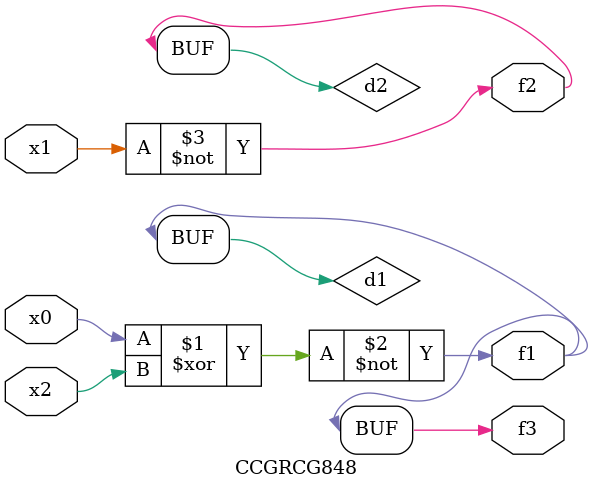
<source format=v>
module CCGRCG848(
	input x0, x1, x2,
	output f1, f2, f3
);

	wire d1, d2, d3;

	xnor (d1, x0, x2);
	nand (d2, x1);
	nor (d3, x1, x2);
	assign f1 = d1;
	assign f2 = d2;
	assign f3 = d1;
endmodule

</source>
